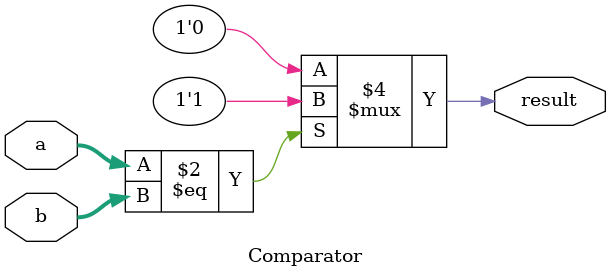
<source format=sv>
module Comparator (

	input logic [8:0] a,
	input logic [8:0] b,
	output logic result
	// if a == b, result = 1, else result = 0
);

always_comb
begin

	if (a == b)
		result = 1'b1;
	else
		result = 1'b0;
end

endmodule
</source>
